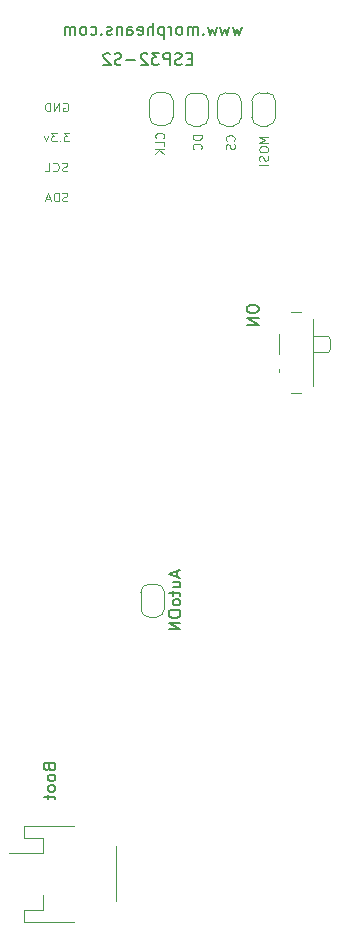
<source format=gbr>
%TF.GenerationSoftware,KiCad,Pcbnew,(5.1.6)-1*%
%TF.CreationDate,2020-08-18T23:06:57+02:00*%
%TF.ProjectId,ESP32-S2-WROOM,45535033-322d-4533-922d-57524f4f4d2e,1.2*%
%TF.SameCoordinates,Original*%
%TF.FileFunction,Legend,Bot*%
%TF.FilePolarity,Positive*%
%FSLAX46Y46*%
G04 Gerber Fmt 4.6, Leading zero omitted, Abs format (unit mm)*
G04 Created by KiCad (PCBNEW (5.1.6)-1) date 2020-08-18 23:06:57*
%MOMM*%
%LPD*%
G01*
G04 APERTURE LIST*
%ADD10C,0.100000*%
%ADD11C,0.150000*%
%ADD12C,0.120000*%
G04 APERTURE END LIST*
D10*
X89302714Y-60247571D02*
X89195571Y-60283285D01*
X89017000Y-60283285D01*
X88945571Y-60247571D01*
X88909857Y-60211857D01*
X88874142Y-60140428D01*
X88874142Y-60069000D01*
X88909857Y-59997571D01*
X88945571Y-59961857D01*
X89017000Y-59926142D01*
X89159857Y-59890428D01*
X89231285Y-59854714D01*
X89267000Y-59819000D01*
X89302714Y-59747571D01*
X89302714Y-59676142D01*
X89267000Y-59604714D01*
X89231285Y-59569000D01*
X89159857Y-59533285D01*
X88981285Y-59533285D01*
X88874142Y-59569000D01*
X88552714Y-60283285D02*
X88552714Y-59533285D01*
X88374142Y-59533285D01*
X88267000Y-59569000D01*
X88195571Y-59640428D01*
X88159857Y-59711857D01*
X88124142Y-59854714D01*
X88124142Y-59961857D01*
X88159857Y-60104714D01*
X88195571Y-60176142D01*
X88267000Y-60247571D01*
X88374142Y-60283285D01*
X88552714Y-60283285D01*
X87838428Y-60069000D02*
X87481285Y-60069000D01*
X87909857Y-60283285D02*
X87659857Y-59533285D01*
X87409857Y-60283285D01*
X89284857Y-57707571D02*
X89177714Y-57743285D01*
X88999142Y-57743285D01*
X88927714Y-57707571D01*
X88892000Y-57671857D01*
X88856285Y-57600428D01*
X88856285Y-57529000D01*
X88892000Y-57457571D01*
X88927714Y-57421857D01*
X88999142Y-57386142D01*
X89142000Y-57350428D01*
X89213428Y-57314714D01*
X89249142Y-57279000D01*
X89284857Y-57207571D01*
X89284857Y-57136142D01*
X89249142Y-57064714D01*
X89213428Y-57029000D01*
X89142000Y-56993285D01*
X88963428Y-56993285D01*
X88856285Y-57029000D01*
X88106285Y-57671857D02*
X88142000Y-57707571D01*
X88249142Y-57743285D01*
X88320571Y-57743285D01*
X88427714Y-57707571D01*
X88499142Y-57636142D01*
X88534857Y-57564714D01*
X88570571Y-57421857D01*
X88570571Y-57314714D01*
X88534857Y-57171857D01*
X88499142Y-57100428D01*
X88427714Y-57029000D01*
X88320571Y-56993285D01*
X88249142Y-56993285D01*
X88142000Y-57029000D01*
X88106285Y-57064714D01*
X87427714Y-57743285D02*
X87784857Y-57743285D01*
X87784857Y-56993285D01*
X89463428Y-54453285D02*
X88999142Y-54453285D01*
X89249142Y-54739000D01*
X89142000Y-54739000D01*
X89070571Y-54774714D01*
X89034857Y-54810428D01*
X88999142Y-54881857D01*
X88999142Y-55060428D01*
X89034857Y-55131857D01*
X89070571Y-55167571D01*
X89142000Y-55203285D01*
X89356285Y-55203285D01*
X89427714Y-55167571D01*
X89463428Y-55131857D01*
X88677714Y-55131857D02*
X88642000Y-55167571D01*
X88677714Y-55203285D01*
X88713428Y-55167571D01*
X88677714Y-55131857D01*
X88677714Y-55203285D01*
X88392000Y-54453285D02*
X87927714Y-54453285D01*
X88177714Y-54739000D01*
X88070571Y-54739000D01*
X87999142Y-54774714D01*
X87963428Y-54810428D01*
X87927714Y-54881857D01*
X87927714Y-55060428D01*
X87963428Y-55131857D01*
X87999142Y-55167571D01*
X88070571Y-55203285D01*
X88284857Y-55203285D01*
X88356285Y-55167571D01*
X88392000Y-55131857D01*
X87677714Y-54703285D02*
X87499142Y-55203285D01*
X87320571Y-54703285D01*
X88963428Y-51949000D02*
X89034857Y-51913285D01*
X89142000Y-51913285D01*
X89249142Y-51949000D01*
X89320571Y-52020428D01*
X89356285Y-52091857D01*
X89392000Y-52234714D01*
X89392000Y-52341857D01*
X89356285Y-52484714D01*
X89320571Y-52556142D01*
X89249142Y-52627571D01*
X89142000Y-52663285D01*
X89070571Y-52663285D01*
X88963428Y-52627571D01*
X88927714Y-52591857D01*
X88927714Y-52341857D01*
X89070571Y-52341857D01*
X88606285Y-52663285D02*
X88606285Y-51913285D01*
X88177714Y-52663285D01*
X88177714Y-51913285D01*
X87820571Y-52663285D02*
X87820571Y-51913285D01*
X87642000Y-51913285D01*
X87534857Y-51949000D01*
X87463428Y-52020428D01*
X87427714Y-52091857D01*
X87392000Y-52234714D01*
X87392000Y-52341857D01*
X87427714Y-52484714D01*
X87463428Y-52556142D01*
X87534857Y-52627571D01*
X87642000Y-52663285D01*
X87820571Y-52663285D01*
D11*
X104043809Y-45505714D02*
X103853333Y-46172380D01*
X103662857Y-45696190D01*
X103472380Y-46172380D01*
X103281904Y-45505714D01*
X102996190Y-45505714D02*
X102805714Y-46172380D01*
X102615238Y-45696190D01*
X102424761Y-46172380D01*
X102234285Y-45505714D01*
X101948571Y-45505714D02*
X101758095Y-46172380D01*
X101567619Y-45696190D01*
X101377142Y-46172380D01*
X101186666Y-45505714D01*
X100805714Y-46077142D02*
X100758095Y-46124761D01*
X100805714Y-46172380D01*
X100853333Y-46124761D01*
X100805714Y-46077142D01*
X100805714Y-46172380D01*
X100329523Y-46172380D02*
X100329523Y-45505714D01*
X100329523Y-45600952D02*
X100281904Y-45553333D01*
X100186666Y-45505714D01*
X100043809Y-45505714D01*
X99948571Y-45553333D01*
X99900952Y-45648571D01*
X99900952Y-46172380D01*
X99900952Y-45648571D02*
X99853333Y-45553333D01*
X99758095Y-45505714D01*
X99615238Y-45505714D01*
X99520000Y-45553333D01*
X99472380Y-45648571D01*
X99472380Y-46172380D01*
X98853333Y-46172380D02*
X98948571Y-46124761D01*
X98996190Y-46077142D01*
X99043809Y-45981904D01*
X99043809Y-45696190D01*
X98996190Y-45600952D01*
X98948571Y-45553333D01*
X98853333Y-45505714D01*
X98710476Y-45505714D01*
X98615238Y-45553333D01*
X98567619Y-45600952D01*
X98520000Y-45696190D01*
X98520000Y-45981904D01*
X98567619Y-46077142D01*
X98615238Y-46124761D01*
X98710476Y-46172380D01*
X98853333Y-46172380D01*
X98091428Y-46172380D02*
X98091428Y-45505714D01*
X98091428Y-45696190D02*
X98043809Y-45600952D01*
X97996190Y-45553333D01*
X97900952Y-45505714D01*
X97805714Y-45505714D01*
X97472380Y-45505714D02*
X97472380Y-46505714D01*
X97472380Y-45553333D02*
X97377142Y-45505714D01*
X97186666Y-45505714D01*
X97091428Y-45553333D01*
X97043809Y-45600952D01*
X96996190Y-45696190D01*
X96996190Y-45981904D01*
X97043809Y-46077142D01*
X97091428Y-46124761D01*
X97186666Y-46172380D01*
X97377142Y-46172380D01*
X97472380Y-46124761D01*
X96567619Y-46172380D02*
X96567619Y-45172380D01*
X96139047Y-46172380D02*
X96139047Y-45648571D01*
X96186666Y-45553333D01*
X96281904Y-45505714D01*
X96424761Y-45505714D01*
X96520000Y-45553333D01*
X96567619Y-45600952D01*
X95281904Y-46124761D02*
X95377142Y-46172380D01*
X95567619Y-46172380D01*
X95662857Y-46124761D01*
X95710476Y-46029523D01*
X95710476Y-45648571D01*
X95662857Y-45553333D01*
X95567619Y-45505714D01*
X95377142Y-45505714D01*
X95281904Y-45553333D01*
X95234285Y-45648571D01*
X95234285Y-45743809D01*
X95710476Y-45839047D01*
X94377142Y-46172380D02*
X94377142Y-45648571D01*
X94424761Y-45553333D01*
X94520000Y-45505714D01*
X94710476Y-45505714D01*
X94805714Y-45553333D01*
X94377142Y-46124761D02*
X94472380Y-46172380D01*
X94710476Y-46172380D01*
X94805714Y-46124761D01*
X94853333Y-46029523D01*
X94853333Y-45934285D01*
X94805714Y-45839047D01*
X94710476Y-45791428D01*
X94472380Y-45791428D01*
X94377142Y-45743809D01*
X93900952Y-45505714D02*
X93900952Y-46172380D01*
X93900952Y-45600952D02*
X93853333Y-45553333D01*
X93758095Y-45505714D01*
X93615238Y-45505714D01*
X93520000Y-45553333D01*
X93472380Y-45648571D01*
X93472380Y-46172380D01*
X93043809Y-46124761D02*
X92948571Y-46172380D01*
X92758095Y-46172380D01*
X92662857Y-46124761D01*
X92615238Y-46029523D01*
X92615238Y-45981904D01*
X92662857Y-45886666D01*
X92758095Y-45839047D01*
X92900952Y-45839047D01*
X92996190Y-45791428D01*
X93043809Y-45696190D01*
X93043809Y-45648571D01*
X92996190Y-45553333D01*
X92900952Y-45505714D01*
X92758095Y-45505714D01*
X92662857Y-45553333D01*
X92186666Y-46077142D02*
X92139047Y-46124761D01*
X92186666Y-46172380D01*
X92234285Y-46124761D01*
X92186666Y-46077142D01*
X92186666Y-46172380D01*
X91281904Y-46124761D02*
X91377142Y-46172380D01*
X91567619Y-46172380D01*
X91662857Y-46124761D01*
X91710476Y-46077142D01*
X91758095Y-45981904D01*
X91758095Y-45696190D01*
X91710476Y-45600952D01*
X91662857Y-45553333D01*
X91567619Y-45505714D01*
X91377142Y-45505714D01*
X91281904Y-45553333D01*
X90710476Y-46172380D02*
X90805714Y-46124761D01*
X90853333Y-46077142D01*
X90900952Y-45981904D01*
X90900952Y-45696190D01*
X90853333Y-45600952D01*
X90805714Y-45553333D01*
X90710476Y-45505714D01*
X90567619Y-45505714D01*
X90472380Y-45553333D01*
X90424761Y-45600952D01*
X90377142Y-45696190D01*
X90377142Y-45981904D01*
X90424761Y-46077142D01*
X90472380Y-46124761D01*
X90567619Y-46172380D01*
X90710476Y-46172380D01*
X89948571Y-46172380D02*
X89948571Y-45505714D01*
X89948571Y-45600952D02*
X89900952Y-45553333D01*
X89805714Y-45505714D01*
X89662857Y-45505714D01*
X89567619Y-45553333D01*
X89520000Y-45648571D01*
X89520000Y-46172380D01*
X89520000Y-45648571D02*
X89472380Y-45553333D01*
X89377142Y-45505714D01*
X89234285Y-45505714D01*
X89139047Y-45553333D01*
X89091428Y-45648571D01*
X89091428Y-46172380D01*
X99827885Y-48188571D02*
X99494552Y-48188571D01*
X99351695Y-48712380D02*
X99827885Y-48712380D01*
X99827885Y-47712380D01*
X99351695Y-47712380D01*
X98970742Y-48664761D02*
X98827885Y-48712380D01*
X98589790Y-48712380D01*
X98494552Y-48664761D01*
X98446933Y-48617142D01*
X98399314Y-48521904D01*
X98399314Y-48426666D01*
X98446933Y-48331428D01*
X98494552Y-48283809D01*
X98589790Y-48236190D01*
X98780266Y-48188571D01*
X98875504Y-48140952D01*
X98923123Y-48093333D01*
X98970742Y-47998095D01*
X98970742Y-47902857D01*
X98923123Y-47807619D01*
X98875504Y-47760000D01*
X98780266Y-47712380D01*
X98542171Y-47712380D01*
X98399314Y-47760000D01*
X97970742Y-48712380D02*
X97970742Y-47712380D01*
X97589790Y-47712380D01*
X97494552Y-47760000D01*
X97446933Y-47807619D01*
X97399314Y-47902857D01*
X97399314Y-48045714D01*
X97446933Y-48140952D01*
X97494552Y-48188571D01*
X97589790Y-48236190D01*
X97970742Y-48236190D01*
X97065980Y-47712380D02*
X96446933Y-47712380D01*
X96780266Y-48093333D01*
X96637409Y-48093333D01*
X96542171Y-48140952D01*
X96494552Y-48188571D01*
X96446933Y-48283809D01*
X96446933Y-48521904D01*
X96494552Y-48617142D01*
X96542171Y-48664761D01*
X96637409Y-48712380D01*
X96923123Y-48712380D01*
X97018361Y-48664761D01*
X97065980Y-48617142D01*
X96065980Y-47807619D02*
X96018361Y-47760000D01*
X95923123Y-47712380D01*
X95685028Y-47712380D01*
X95589790Y-47760000D01*
X95542171Y-47807619D01*
X95494552Y-47902857D01*
X95494552Y-47998095D01*
X95542171Y-48140952D01*
X96113600Y-48712380D01*
X95494552Y-48712380D01*
X95065980Y-48331428D02*
X94304076Y-48331428D01*
X93875504Y-48664761D02*
X93732647Y-48712380D01*
X93494552Y-48712380D01*
X93399314Y-48664761D01*
X93351695Y-48617142D01*
X93304076Y-48521904D01*
X93304076Y-48426666D01*
X93351695Y-48331428D01*
X93399314Y-48283809D01*
X93494552Y-48236190D01*
X93685028Y-48188571D01*
X93780266Y-48140952D01*
X93827885Y-48093333D01*
X93875504Y-47998095D01*
X93875504Y-47902857D01*
X93827885Y-47807619D01*
X93780266Y-47760000D01*
X93685028Y-47712380D01*
X93446933Y-47712380D01*
X93304076Y-47760000D01*
X92923123Y-47807619D02*
X92875504Y-47760000D01*
X92780266Y-47712380D01*
X92542171Y-47712380D01*
X92446933Y-47760000D01*
X92399314Y-47807619D01*
X92351695Y-47902857D01*
X92351695Y-47998095D01*
X92399314Y-48140952D01*
X92970742Y-48712380D01*
X92351695Y-48712380D01*
D12*
%TO.C,J4*%
X87238500Y-115446000D02*
X87238500Y-114171000D01*
X87238500Y-114171000D02*
X85638500Y-114171000D01*
X85638500Y-114171000D02*
X85638500Y-113171000D01*
X85638500Y-113171000D02*
X89863500Y-113171000D01*
X89863500Y-121271000D02*
X85638500Y-121271000D01*
X85638500Y-121271000D02*
X85638500Y-120271000D01*
X85638500Y-120271000D02*
X87238500Y-120271000D01*
X87238500Y-120271000D02*
X87238500Y-118996000D01*
X93438500Y-114896000D02*
X93438500Y-119546000D01*
X87238500Y-115446000D02*
X84338500Y-115446000D01*
%TO.C,SW3*%
X107211000Y-74488500D02*
X107211000Y-74688500D01*
X111351000Y-71688500D02*
X111561000Y-71888500D01*
X111351000Y-72988500D02*
X111561000Y-72788500D01*
X110061000Y-71688500D02*
X111351000Y-71688500D01*
X111561000Y-71888500D02*
X111561000Y-72788500D01*
X111351000Y-72988500D02*
X110061000Y-72988500D01*
X110061000Y-70238500D02*
X110061000Y-75938500D01*
X107211000Y-71488500D02*
X107211000Y-73188500D01*
X108261000Y-69638500D02*
X109051000Y-69638500D01*
X109051000Y-76538500D02*
X108261000Y-76538500D01*
%TO.C,JP1*%
X97551520Y-51051000D02*
X96951520Y-51051000D01*
X98251520Y-53151000D02*
X98251520Y-51751000D01*
X96951520Y-53851000D02*
X97551520Y-53851000D01*
X96251520Y-51751000D02*
X96251520Y-53151000D01*
X96251520Y-53151000D02*
G75*
G03*
X96951520Y-53851000I700000J0D01*
G01*
X97551520Y-53851000D02*
G75*
G03*
X98251520Y-53151000I0J700000D01*
G01*
X98251520Y-51751000D02*
G75*
G03*
X97551520Y-51051000I-700000J0D01*
G01*
X96951520Y-51051000D02*
G75*
G03*
X96251520Y-51751000I0J-700000D01*
G01*
%TO.C,JP2*%
X104007160Y-53186560D02*
X104007160Y-51786560D01*
X103307160Y-51086560D02*
X102707160Y-51086560D01*
X102007160Y-51786560D02*
X102007160Y-53186560D01*
X102707160Y-53886560D02*
X103307160Y-53886560D01*
X103307160Y-53886560D02*
G75*
G03*
X104007160Y-53186560I0J700000D01*
G01*
X102007160Y-53186560D02*
G75*
G03*
X102707160Y-53886560I700000J0D01*
G01*
X102707160Y-51086560D02*
G75*
G03*
X102007160Y-51786560I0J-700000D01*
G01*
X104007160Y-51786560D02*
G75*
G03*
X103307160Y-51086560I-700000J0D01*
G01*
%TO.C,JP3*%
X100543640Y-51091640D02*
X99943640Y-51091640D01*
X101243640Y-53191640D02*
X101243640Y-51791640D01*
X99943640Y-53891640D02*
X100543640Y-53891640D01*
X99243640Y-51791640D02*
X99243640Y-53191640D01*
X99243640Y-53191640D02*
G75*
G03*
X99943640Y-53891640I700000J0D01*
G01*
X100543640Y-53891640D02*
G75*
G03*
X101243640Y-53191640I0J700000D01*
G01*
X101243640Y-51791640D02*
G75*
G03*
X100543640Y-51091640I-700000J0D01*
G01*
X99943640Y-51091640D02*
G75*
G03*
X99243640Y-51791640I0J-700000D01*
G01*
%TO.C,JP4*%
X106912920Y-53176400D02*
X106912920Y-51776400D01*
X106212920Y-51076400D02*
X105612920Y-51076400D01*
X104912920Y-51776400D02*
X104912920Y-53176400D01*
X105612920Y-53876400D02*
X106212920Y-53876400D01*
X106212920Y-53876400D02*
G75*
G03*
X106912920Y-53176400I0J700000D01*
G01*
X104912920Y-53176400D02*
G75*
G03*
X105612920Y-53876400I700000J0D01*
G01*
X105612920Y-51076400D02*
G75*
G03*
X104912920Y-51776400I0J-700000D01*
G01*
X106912920Y-51776400D02*
G75*
G03*
X106212920Y-51076400I-700000J0D01*
G01*
%TO.C,JP5*%
X95514920Y-93381600D02*
X95514920Y-94781600D01*
X96214920Y-95481600D02*
X96814920Y-95481600D01*
X97514920Y-94781600D02*
X97514920Y-93381600D01*
X96814920Y-92681600D02*
X96214920Y-92681600D01*
X96214920Y-92681600D02*
G75*
G03*
X95514920Y-93381600I0J-700000D01*
G01*
X97514920Y-93381600D02*
G75*
G03*
X96814920Y-92681600I-700000J0D01*
G01*
X96814920Y-95481600D02*
G75*
G03*
X97514920Y-94781600I0J700000D01*
G01*
X95514920Y-94781600D02*
G75*
G03*
X96214920Y-95481600I700000J0D01*
G01*
%TO.C,SW2*%
D11*
X87761771Y-108202552D02*
X87809390Y-108345409D01*
X87857009Y-108393028D01*
X87952247Y-108440647D01*
X88095104Y-108440647D01*
X88190342Y-108393028D01*
X88237961Y-108345409D01*
X88285580Y-108250171D01*
X88285580Y-107869219D01*
X87285580Y-107869219D01*
X87285580Y-108202552D01*
X87333200Y-108297790D01*
X87380819Y-108345409D01*
X87476057Y-108393028D01*
X87571295Y-108393028D01*
X87666533Y-108345409D01*
X87714152Y-108297790D01*
X87761771Y-108202552D01*
X87761771Y-107869219D01*
X88285580Y-109012076D02*
X88237961Y-108916838D01*
X88190342Y-108869219D01*
X88095104Y-108821600D01*
X87809390Y-108821600D01*
X87714152Y-108869219D01*
X87666533Y-108916838D01*
X87618914Y-109012076D01*
X87618914Y-109154933D01*
X87666533Y-109250171D01*
X87714152Y-109297790D01*
X87809390Y-109345409D01*
X88095104Y-109345409D01*
X88190342Y-109297790D01*
X88237961Y-109250171D01*
X88285580Y-109154933D01*
X88285580Y-109012076D01*
X88285580Y-109916838D02*
X88237961Y-109821600D01*
X88190342Y-109773980D01*
X88095104Y-109726361D01*
X87809390Y-109726361D01*
X87714152Y-109773980D01*
X87666533Y-109821600D01*
X87618914Y-109916838D01*
X87618914Y-110059695D01*
X87666533Y-110154933D01*
X87714152Y-110202552D01*
X87809390Y-110250171D01*
X88095104Y-110250171D01*
X88190342Y-110202552D01*
X88237961Y-110154933D01*
X88285580Y-110059695D01*
X88285580Y-109916838D01*
X87618914Y-110535885D02*
X87618914Y-110916838D01*
X87285580Y-110678742D02*
X88142723Y-110678742D01*
X88237961Y-110726361D01*
X88285580Y-110821600D01*
X88285580Y-110916838D01*
%TO.C,SW3*%
X104481380Y-69294452D02*
X104481380Y-69484928D01*
X104529000Y-69580166D01*
X104624238Y-69675404D01*
X104814714Y-69723023D01*
X105148047Y-69723023D01*
X105338523Y-69675404D01*
X105433761Y-69580166D01*
X105481380Y-69484928D01*
X105481380Y-69294452D01*
X105433761Y-69199214D01*
X105338523Y-69103976D01*
X105148047Y-69056357D01*
X104814714Y-69056357D01*
X104624238Y-69103976D01*
X104529000Y-69199214D01*
X104481380Y-69294452D01*
X105481380Y-70151595D02*
X104481380Y-70151595D01*
X105481380Y-70723023D01*
X104481380Y-70723023D01*
%TO.C,JP1*%
D10*
X97422857Y-54925571D02*
X97458571Y-54889857D01*
X97494285Y-54782714D01*
X97494285Y-54711285D01*
X97458571Y-54604142D01*
X97387142Y-54532714D01*
X97315714Y-54497000D01*
X97172857Y-54461285D01*
X97065714Y-54461285D01*
X96922857Y-54497000D01*
X96851428Y-54532714D01*
X96780000Y-54604142D01*
X96744285Y-54711285D01*
X96744285Y-54782714D01*
X96780000Y-54889857D01*
X96815714Y-54925571D01*
X97494285Y-55604142D02*
X97494285Y-55247000D01*
X96744285Y-55247000D01*
X97494285Y-55854142D02*
X96744285Y-55854142D01*
X97494285Y-56282714D02*
X97065714Y-55961285D01*
X96744285Y-56282714D02*
X97172857Y-55854142D01*
%TO.C,JP2*%
X103386777Y-55150480D02*
X103422491Y-55114765D01*
X103458205Y-55007622D01*
X103458205Y-54936194D01*
X103422491Y-54829051D01*
X103351062Y-54757622D01*
X103279634Y-54721908D01*
X103136777Y-54686194D01*
X103029634Y-54686194D01*
X102886777Y-54721908D01*
X102815348Y-54757622D01*
X102743920Y-54829051D01*
X102708205Y-54936194D01*
X102708205Y-55007622D01*
X102743920Y-55114765D01*
X102779634Y-55150480D01*
X103422491Y-55436194D02*
X103458205Y-55543337D01*
X103458205Y-55721908D01*
X103422491Y-55793337D01*
X103386777Y-55829051D01*
X103315348Y-55864765D01*
X103243920Y-55864765D01*
X103172491Y-55829051D01*
X103136777Y-55793337D01*
X103101062Y-55721908D01*
X103065348Y-55579051D01*
X103029634Y-55507622D01*
X102993920Y-55471908D01*
X102922491Y-55436194D01*
X102851062Y-55436194D01*
X102779634Y-55471908D01*
X102743920Y-55507622D01*
X102708205Y-55579051D01*
X102708205Y-55757622D01*
X102743920Y-55864765D01*
%TO.C,JP3*%
X100669285Y-54673571D02*
X99919285Y-54673571D01*
X99919285Y-54852142D01*
X99955000Y-54959285D01*
X100026428Y-55030714D01*
X100097857Y-55066428D01*
X100240714Y-55102142D01*
X100347857Y-55102142D01*
X100490714Y-55066428D01*
X100562142Y-55030714D01*
X100633571Y-54959285D01*
X100669285Y-54852142D01*
X100669285Y-54673571D01*
X100597857Y-55852142D02*
X100633571Y-55816428D01*
X100669285Y-55709285D01*
X100669285Y-55637857D01*
X100633571Y-55530714D01*
X100562142Y-55459285D01*
X100490714Y-55423571D01*
X100347857Y-55387857D01*
X100240714Y-55387857D01*
X100097857Y-55423571D01*
X100026428Y-55459285D01*
X99955000Y-55530714D01*
X99919285Y-55637857D01*
X99919285Y-55709285D01*
X99955000Y-55816428D01*
X99990714Y-55852142D01*
%TO.C,JP4*%
X106282685Y-54808108D02*
X105532685Y-54808108D01*
X106068400Y-55058108D01*
X105532685Y-55308108D01*
X106282685Y-55308108D01*
X105532685Y-55808108D02*
X105532685Y-55950965D01*
X105568400Y-56022394D01*
X105639828Y-56093822D01*
X105782685Y-56129537D01*
X106032685Y-56129537D01*
X106175542Y-56093822D01*
X106246971Y-56022394D01*
X106282685Y-55950965D01*
X106282685Y-55808108D01*
X106246971Y-55736680D01*
X106175542Y-55665251D01*
X106032685Y-55629537D01*
X105782685Y-55629537D01*
X105639828Y-55665251D01*
X105568400Y-55736680D01*
X105532685Y-55808108D01*
X106246971Y-56415251D02*
X106282685Y-56522394D01*
X106282685Y-56700965D01*
X106246971Y-56772394D01*
X106211257Y-56808108D01*
X106139828Y-56843822D01*
X106068400Y-56843822D01*
X105996971Y-56808108D01*
X105961257Y-56772394D01*
X105925542Y-56700965D01*
X105889828Y-56558108D01*
X105854114Y-56486680D01*
X105818400Y-56450965D01*
X105746971Y-56415251D01*
X105675542Y-56415251D01*
X105604114Y-56450965D01*
X105568400Y-56486680D01*
X105532685Y-56558108D01*
X105532685Y-56736680D01*
X105568400Y-56843822D01*
X106282685Y-57165251D02*
X105532685Y-57165251D01*
%TO.C,JP5*%
D11*
X98581586Y-91605409D02*
X98581586Y-92081600D01*
X98867300Y-91510171D02*
X97867300Y-91843504D01*
X98867300Y-92176838D01*
X98200634Y-92938742D02*
X98867300Y-92938742D01*
X98200634Y-92510171D02*
X98724443Y-92510171D01*
X98819681Y-92557790D01*
X98867300Y-92653028D01*
X98867300Y-92795885D01*
X98819681Y-92891123D01*
X98772062Y-92938742D01*
X98200634Y-93272076D02*
X98200634Y-93653028D01*
X97867300Y-93414933D02*
X98724443Y-93414933D01*
X98819681Y-93462552D01*
X98867300Y-93557790D01*
X98867300Y-93653028D01*
X98867300Y-94129219D02*
X98819681Y-94033980D01*
X98772062Y-93986361D01*
X98676824Y-93938742D01*
X98391110Y-93938742D01*
X98295872Y-93986361D01*
X98248253Y-94033980D01*
X98200634Y-94129219D01*
X98200634Y-94272076D01*
X98248253Y-94367314D01*
X98295872Y-94414933D01*
X98391110Y-94462552D01*
X98676824Y-94462552D01*
X98772062Y-94414933D01*
X98819681Y-94367314D01*
X98867300Y-94272076D01*
X98867300Y-94129219D01*
X97867300Y-95081600D02*
X97867300Y-95272076D01*
X97914920Y-95367314D01*
X98010158Y-95462552D01*
X98200634Y-95510171D01*
X98533967Y-95510171D01*
X98724443Y-95462552D01*
X98819681Y-95367314D01*
X98867300Y-95272076D01*
X98867300Y-95081600D01*
X98819681Y-94986361D01*
X98724443Y-94891123D01*
X98533967Y-94843504D01*
X98200634Y-94843504D01*
X98010158Y-94891123D01*
X97914920Y-94986361D01*
X97867300Y-95081600D01*
X98867300Y-95938742D02*
X97867300Y-95938742D01*
X98867300Y-96510171D01*
X97867300Y-96510171D01*
%TD*%
M02*

</source>
